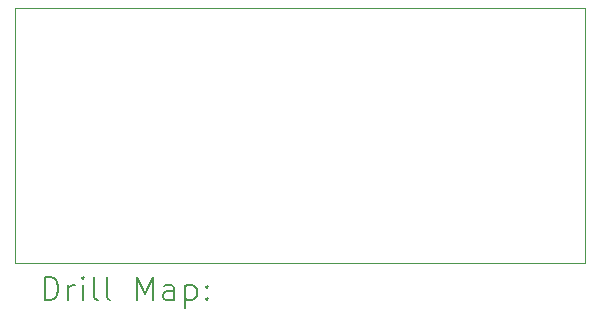
<source format=gbr>
%TF.GenerationSoftware,KiCad,Pcbnew,(6.0.8)*%
%TF.CreationDate,2023-11-01T20:00:20+01:00*%
%TF.ProjectId,BTS50005-1LUA_TestBoard,42545335-3030-4303-952d-314c55415f54,rev?*%
%TF.SameCoordinates,Original*%
%TF.FileFunction,Drillmap*%
%TF.FilePolarity,Positive*%
%FSLAX45Y45*%
G04 Gerber Fmt 4.5, Leading zero omitted, Abs format (unit mm)*
G04 Created by KiCad (PCBNEW (6.0.8)) date 2023-11-01 20:00:20*
%MOMM*%
%LPD*%
G01*
G04 APERTURE LIST*
%ADD10C,0.100000*%
%ADD11C,0.200000*%
G04 APERTURE END LIST*
D10*
X14478000Y-5080000D02*
X14478000Y-2921000D01*
X9652000Y-5080000D02*
X14478000Y-5080000D01*
X14478000Y-2921000D02*
X9652000Y-2921000D01*
X9652000Y-2921000D02*
X9652000Y-5080000D01*
D11*
X9904619Y-5395476D02*
X9904619Y-5195476D01*
X9952238Y-5195476D01*
X9980810Y-5205000D01*
X9999857Y-5224048D01*
X10009381Y-5243095D01*
X10018905Y-5281190D01*
X10018905Y-5309762D01*
X10009381Y-5347857D01*
X9999857Y-5366905D01*
X9980810Y-5385952D01*
X9952238Y-5395476D01*
X9904619Y-5395476D01*
X10104619Y-5395476D02*
X10104619Y-5262143D01*
X10104619Y-5300238D02*
X10114143Y-5281190D01*
X10123667Y-5271667D01*
X10142714Y-5262143D01*
X10161762Y-5262143D01*
X10228429Y-5395476D02*
X10228429Y-5262143D01*
X10228429Y-5195476D02*
X10218905Y-5205000D01*
X10228429Y-5214524D01*
X10237952Y-5205000D01*
X10228429Y-5195476D01*
X10228429Y-5214524D01*
X10352238Y-5395476D02*
X10333190Y-5385952D01*
X10323667Y-5366905D01*
X10323667Y-5195476D01*
X10457000Y-5395476D02*
X10437952Y-5385952D01*
X10428429Y-5366905D01*
X10428429Y-5195476D01*
X10685571Y-5395476D02*
X10685571Y-5195476D01*
X10752238Y-5338333D01*
X10818905Y-5195476D01*
X10818905Y-5395476D01*
X10999857Y-5395476D02*
X10999857Y-5290714D01*
X10990333Y-5271667D01*
X10971286Y-5262143D01*
X10933190Y-5262143D01*
X10914143Y-5271667D01*
X10999857Y-5385952D02*
X10980810Y-5395476D01*
X10933190Y-5395476D01*
X10914143Y-5385952D01*
X10904619Y-5366905D01*
X10904619Y-5347857D01*
X10914143Y-5328810D01*
X10933190Y-5319286D01*
X10980810Y-5319286D01*
X10999857Y-5309762D01*
X11095095Y-5262143D02*
X11095095Y-5462143D01*
X11095095Y-5271667D02*
X11114143Y-5262143D01*
X11152238Y-5262143D01*
X11171286Y-5271667D01*
X11180810Y-5281190D01*
X11190333Y-5300238D01*
X11190333Y-5357381D01*
X11180810Y-5376429D01*
X11171286Y-5385952D01*
X11152238Y-5395476D01*
X11114143Y-5395476D01*
X11095095Y-5385952D01*
X11276048Y-5376429D02*
X11285571Y-5385952D01*
X11276048Y-5395476D01*
X11266524Y-5385952D01*
X11276048Y-5376429D01*
X11276048Y-5395476D01*
X11276048Y-5271667D02*
X11285571Y-5281190D01*
X11276048Y-5290714D01*
X11266524Y-5281190D01*
X11276048Y-5271667D01*
X11276048Y-5290714D01*
M02*

</source>
